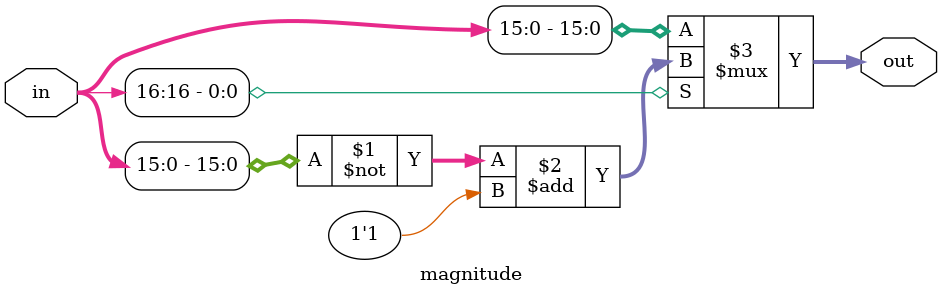
<source format=sv>

module magnitude
(
	input wire [16:0] in,
	output reg [15:0] out
);
	assign out[15:0] = in[16] ? ~in[15:0] + 1'b1 : in[15:0];


endmodule 
</source>
